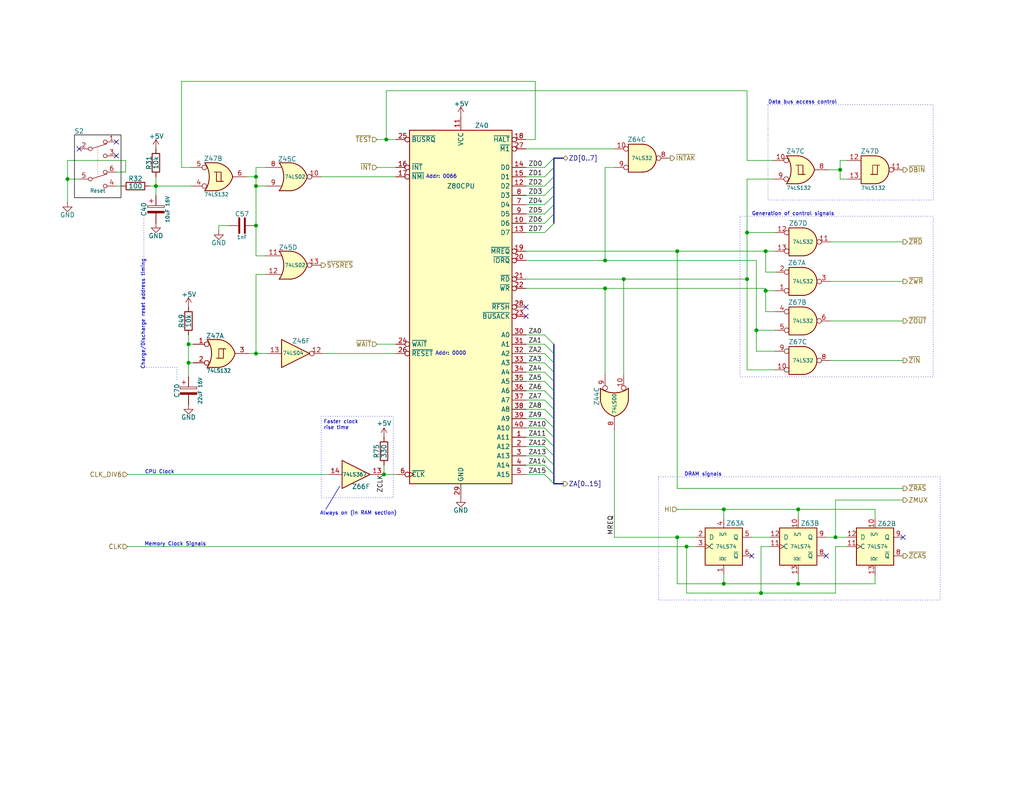
<source format=kicad_sch>
(kicad_sch (version 20250114) (generator "eeschema") (generator_version "9.0")
  (paper "USLetter")
  (title_block (title "TRS-80 Model I Rev HE11E011550") (date "2025-06-14") (rev "E1A") (company "RetroStack - Marcel Erz") (comment 2 "CPU with reset circuits (button and power-up), RAS & CAS divider, and other signals") (comment 4 "CPU & Signals"))
  (lib_symbols
    (symbol "74xx:74LS00" (pin_names (offset 1.016))
      (property "Reference" "U" (at 0 1.27 0))
      (property "Value" "74LS00" (at 0 -1.27 0))
      (symbol "74LS00_1_1"
        (pin input line (at -7.62 2.54 0) (length 3.81) (name "~") (number "1"))
        (pin input line (at -7.62 -2.54 0) (length 3.81) (name "~") (number "2"))
        (pin output inverted (at 7.62 0 180) (length 3.81) (name "~") (number "3"))
      )
      (symbol "74LS00_1_2"
        (pin input inverted (at -7.62 2.54 0) (length 4.318) (name "~") (number "1"))
        (pin input inverted (at -7.62 -2.54 0) (length 4.318) (name "~") (number "2"))
        (pin output line (at 7.62 0 180) (length 3.81) (name "~") (number "3"))
      )
      (symbol "74LS00_2_1"
        (pin input line (at -7.62 2.54 0) (length 3.81) (name "~") (number "4"))
        (pin input line (at -7.62 -2.54 0) (length 3.81) (name "~") (number "5"))
        (pin output inverted (at 7.62 0 180) (length 3.81) (name "~") (number "6"))
      )
      (symbol "74LS00_2_2"
        (pin input inverted (at -7.62 2.54 0) (length 4.318) (name "~") (number "4"))
        (pin input inverted (at -7.62 -2.54 0) (length 4.318) (name "~") (number "5"))
        (pin output line (at 7.62 0 180) (length 3.81) (name "~") (number "6"))
      )
      (symbol "74LS00_3_1"
        (pin input line (at -7.62 2.54 0) (length 3.81) (name "~") (number "9"))
        (pin input line (at -7.62 -2.54 0) (length 3.81) (name "~") (number "10"))
        (pin output inverted (at 7.62 0 180) (length 3.81) (name "~") (number "8"))
      )
      (symbol "74LS00_3_2"
        (pin input inverted (at -7.62 2.54 0) (length 4.318) (name "~") (number "9"))
        (pin input inverted (at -7.62 -2.54 0) (length 4.318) (name "~") (number "10"))
        (pin output line (at 7.62 0 180) (length 3.81) (name "~") (number "8"))
      )
      (symbol "74LS00_4_1"
        (pin input line (at -7.62 2.54 0) (length 3.81) (name "~") (number "12"))
        (pin input line (at -7.62 -2.54 0) (length 3.81) (name "~") (number "13"))
        (pin output inverted (at 7.62 0 180) (length 3.81) (name "~") (number "11"))
      )
      (symbol "74LS00_4_2"
        (pin input inverted (at -7.62 2.54 0) (length 4.318) (name "~") (number "12"))
        (pin input inverted (at -7.62 -2.54 0) (length 4.318) (name "~") (number "13"))
        (pin output line (at 7.62 0 180) (length 3.81) (name "~") (number "11"))
      )
      (symbol "74LS00_5_0"
        (pin power_in line (at 0 12.7 270) (length 5.08) (name "VCC") (number "14"))
        (pin power_in line (at 0 -12.7 90) (length 5.08) (name "GND") (number "7"))
      )
    )
    (symbol "74xx:74LS02" (pin_names (offset 1.016))
      (property "Reference" "U" (at 0 1.27 0))
      (property "Value" "74LS02" (at 0 -1.27 0))
      (symbol "74LS02_1_1"
        (pin input line (at -7.62 2.54 0) (length 4.318) (name "~") (number "2"))
        (pin input line (at -7.62 -2.54 0) (length 4.318) (name "~") (number "3"))
        (pin output inverted (at 7.62 0 180) (length 3.81) (name "~") (number "1"))
      )
      (symbol "74LS02_1_2"
        (pin input inverted (at -7.62 2.54 0) (length 3.81) (name "~") (number "2"))
        (pin input inverted (at -7.62 -2.54 0) (length 3.81) (name "~") (number "3"))
        (pin output line (at 7.62 0 180) (length 3.81) (name "~") (number "1"))
      )
      (symbol "74LS02_2_1"
        (pin input line (at -7.62 2.54 0) (length 4.318) (name "~") (number "5"))
        (pin input line (at -7.62 -2.54 0) (length 4.318) (name "~") (number "6"))
        (pin output inverted (at 7.62 0 180) (length 3.81) (name "~") (number "4"))
      )
      (symbol "74LS02_2_2"
        (pin input inverted (at -7.62 2.54 0) (length 3.81) (name "~") (number "5"))
        (pin input inverted (at -7.62 -2.54 0) (length 3.81) (name "~") (number "6"))
        (pin output line (at 7.62 0 180) (length 3.81) (name "~") (number "4"))
      )
      (symbol "74LS02_3_1"
        (pin input line (at -7.62 2.54 0) (length 4.318) (name "~") (number "8"))
        (pin input line (at -7.62 -2.54 0) (length 4.318) (name "~") (number "9"))
        (pin output inverted (at 7.62 0 180) (length 3.81) (name "~") (number "10"))
      )
      (symbol "74LS02_3_2"
        (pin input inverted (at -7.62 2.54 0) (length 3.81) (name "~") (number "8"))
        (pin input inverted (at -7.62 -2.54 0) (length 3.81) (name "~") (number "9"))
        (pin output line (at 7.62 0 180) (length 3.81) (name "~") (number "10"))
      )
      (symbol "74LS02_4_1"
        (pin input line (at -7.62 2.54 0) (length 4.318) (name "~") (number "11"))
        (pin input line (at -7.62 -2.54 0) (length 4.318) (name "~") (number "12"))
        (pin output inverted (at 7.62 0 180) (length 3.81) (name "~") (number "13"))
      )
      (symbol "74LS02_4_2"
        (pin input inverted (at -7.62 2.54 0) (length 3.81) (name "~") (number "11"))
        (pin input inverted (at -7.62 -2.54 0) (length 3.81) (name "~") (number "12"))
        (pin output line (at 7.62 0 180) (length 3.81) (name "~") (number "13"))
      )
      (symbol "74LS02_5_0"
        (pin power_in line (at 0 12.7 270) (length 5.08) (name "VCC") (number "14"))
        (pin power_in line (at 0 -12.7 90) (length 5.08) (name "GND") (number "7"))
      )
    )
    (symbol "74xx:74LS04"
      (property "Reference" "U" (at 0 1.27 0))
      (property "Value" "74LS04" (at 0 -1.27 0))
      (symbol "74LS04_1_0"
        (pin input line (at -7.62 0 0) (length 3.81) (name "~") (number "1"))
        (pin output inverted (at 7.62 0 180) (length 3.81) (name "~") (number "2"))
      )
      (symbol "74LS04_2_0"
        (pin input line (at -7.62 0 0) (length 3.81) (name "~") (number "3"))
        (pin output inverted (at 7.62 0 180) (length 3.81) (name "~") (number "4"))
      )
      (symbol "74LS04_3_0"
        (pin input line (at -7.62 0 0) (length 3.81) (name "~") (number "5"))
        (pin output inverted (at 7.62 0 180) (length 3.81) (name "~") (number "6"))
      )
      (symbol "74LS04_4_0"
        (pin input line (at -7.62 0 0) (length 3.81) (name "~") (number "9"))
        (pin output inverted (at 7.62 0 180) (length 3.81) (name "~") (number "8"))
      )
      (symbol "74LS04_5_0"
        (pin input line (at -7.62 0 0) (length 3.81) (name "~") (number "11"))
        (pin output inverted (at 7.62 0 180) (length 3.81) (name "~") (number "10"))
      )
      (symbol "74LS04_6_0"
        (pin input line (at -7.62 0 0) (length 3.81) (name "~") (number "13"))
        (pin output inverted (at 7.62 0 180) (length 3.81) (name "~") (number "12"))
      )
      (symbol "74LS04_7_0"
        (pin power_in line (at 0 12.7 270) (length 5.08) (name "VCC") (number "14"))
        (pin power_in line (at 0 -12.7 90) (length 5.08) (name "GND") (number "7"))
      )
    )
    (symbol "74xx:74LS132" (pin_names (offset 1.016))
      (property "Reference" "U" (at 0 1.27 0))
      (property "Value" "74LS132" (at 0 -1.27 0))
      (symbol "74LS132_1_1"
        (pin input line (at -7.62 2.54 0) (length 3.81) (name "~") (number "1"))
        (pin input line (at -7.62 -2.54 0) (length 3.81) (name "~") (number "2"))
        (pin output inverted (at 7.62 0 180) (length 3.81) (name "~") (number "3"))
      )
      (symbol "74LS132_1_2"
        (pin input inverted (at -7.62 2.54 0) (length 4.318) (name "~") (number "1"))
        (pin input inverted (at -7.62 -2.54 0) (length 4.318) (name "~") (number "2"))
        (pin output line (at 7.62 0 180) (length 3.81) (name "~") (number "3"))
      )
      (symbol "74LS132_2_1"
        (pin input line (at -7.62 2.54 0) (length 3.81) (name "~") (number "4"))
        (pin input line (at -7.62 -2.54 0) (length 3.81) (name "~") (number "5"))
        (pin output inverted (at 7.62 0 180) (length 3.81) (name "~") (number "6"))
      )
      (symbol "74LS132_2_2"
        (pin input inverted (at -7.62 2.54 0) (length 4.318) (name "~") (number "4"))
        (pin input inverted (at -7.62 -2.54 0) (length 4.318) (name "~") (number "5"))
        (pin output line (at 7.62 0 180) (length 3.81) (name "~") (number "6"))
      )
      (symbol "74LS132_3_1"
        (pin input line (at -7.62 2.54 0) (length 3.81) (name "~") (number "9"))
        (pin input line (at -7.62 -2.54 0) (length 3.81) (name "~") (number "10"))
        (pin output inverted (at 7.62 0 180) (length 3.81) (name "~") (number "8"))
      )
      (symbol "74LS132_3_2"
        (pin input inverted (at -7.62 2.54 0) (length 4.318) (name "~") (number "9"))
        (pin input inverted (at -7.62 -2.54 0) (length 4.318) (name "~") (number "10"))
        (pin output line (at 7.62 0 180) (length 3.81) (name "~") (number "8"))
      )
      (symbol "74LS132_4_1"
        (pin input line (at -7.62 2.54 0) (length 3.81) (name "~") (number "12"))
        (pin input line (at -7.62 -2.54 0) (length 3.81) (name "~") (number "13"))
        (pin output inverted (at 7.62 0 180) (length 3.81) (name "~") (number "11"))
      )
      (symbol "74LS132_4_2"
        (pin input inverted (at -7.62 2.54 0) (length 4.318) (name "~") (number "12"))
        (pin input inverted (at -7.62 -2.54 0) (length 4.318) (name "~") (number "13"))
        (pin output line (at 7.62 0 180) (length 3.81) (name "~") (number "11"))
      )
      (symbol "74LS132_5_0"
        (pin power_in line (at 0 12.7 270) (length 5.08) (name "VCC") (number "14"))
        (pin power_in line (at 0 -12.7 90) (length 5.08) (name "GND") (number "7"))
      )
    )
    (symbol "74xx:74LS32" (pin_names (offset 1.016))
      (property "Reference" "U" (at 0 1.27 0))
      (property "Value" "74LS32" (at 0 -1.27 0))
      (symbol "74LS32_1_1"
        (pin input line (at -7.62 2.54 0) (length 4.318) (name "~") (number "1"))
        (pin input line (at -7.62 -2.54 0) (length 4.318) (name "~") (number "2"))
        (pin output line (at 7.62 0 180) (length 3.81) (name "~") (number "3"))
      )
      (symbol "74LS32_1_2"
        (pin input inverted (at -7.62 2.54 0) (length 3.81) (name "~") (number "1"))
        (pin input inverted (at -7.62 -2.54 0) (length 3.81) (name "~") (number "2"))
        (pin output inverted (at 7.62 0 180) (length 3.81) (name "~") (number "3"))
      )
      (symbol "74LS32_2_1"
        (pin input line (at -7.62 2.54 0) (length 4.318) (name "~") (number "4"))
        (pin input line (at -7.62 -2.54 0) (length 4.318) (name "~") (number "5"))
        (pin output line (at 7.62 0 180) (length 3.81) (name "~") (number "6"))
      )
      (symbol "74LS32_2_2"
        (pin input inverted (at -7.62 2.54 0) (length 3.81) (name "~") (number "4"))
        (pin input inverted (at -7.62 -2.54 0) (length 3.81) (name "~") (number "5"))
        (pin output inverted (at 7.62 0 180) (length 3.81) (name "~") (number "6"))
      )
      (symbol "74LS32_3_1"
        (pin input line (at -7.62 2.54 0) (length 4.318) (name "~") (number "9"))
        (pin input line (at -7.62 -2.54 0) (length 4.318) (name "~") (number "10"))
        (pin output line (at 7.62 0 180) (length 3.81) (name "~") (number "8"))
      )
      (symbol "74LS32_3_2"
        (pin input inverted (at -7.62 2.54 0) (length 3.81) (name "~") (number "9"))
        (pin input inverted (at -7.62 -2.54 0) (length 3.81) (name "~") (number "10"))
        (pin output inverted (at 7.62 0 180) (length 3.81) (name "~") (number "8"))
      )
      (symbol "74LS32_4_1"
        (pin input line (at -7.62 2.54 0) (length 4.318) (name "~") (number "12"))
        (pin input line (at -7.62 -2.54 0) (length 4.318) (name "~") (number "13"))
        (pin output line (at 7.62 0 180) (length 3.81) (name "~") (number "11"))
      )
      (symbol "74LS32_4_2"
        (pin input inverted (at -7.62 2.54 0) (length 3.81) (name "~") (number "12"))
        (pin input inverted (at -7.62 -2.54 0) (length 3.81) (name "~") (number "13"))
        (pin output inverted (at 7.62 0 180) (length 3.81) (name "~") (number "11"))
      )
      (symbol "74LS32_5_0"
        (pin power_in line (at 0 12.7 270) (length 5.08) (name "VCC") (number "14"))
        (pin power_in line (at 0 -12.7 90) (length 5.08) (name "GND") (number "7"))
      )
    )
    (symbol "74xx:74LS74" (pin_names (offset 1.016))
      (property "Reference" "U" (at -7.62 8.89 0))
      (property "Value" "74LS74" (at -7.62 -8.89 0))
      (symbol "74LS74_1_0"
        (pin input line (at -7.62 2.54 0) (length 2.54) (name "D") (number "2"))
        (pin input clock (at -7.62 0 0) (length 2.54) (name "C") (number "3"))
        (pin input line (at 0 7.62 270) (length 2.54) (name "~{S}") (number "4"))
        (pin input line (at 0 -7.62 90) (length 2.54) (name "~{R}") (number "1"))
        (pin output line (at 7.62 2.54 180) (length 2.54) (name "Q") (number "5"))
        (pin output line (at 7.62 -2.54 180) (length 2.54) (name "~{Q}") (number "6"))
      )
      (symbol "74LS74_2_0"
        (pin input line (at -7.62 2.54 0) (length 2.54) (name "D") (number "12"))
        (pin input clock (at -7.62 0 0) (length 2.54) (name "C") (number "11"))
        (pin input line (at 0 7.62 270) (length 2.54) (name "~{S}") (number "10"))
        (pin input line (at 0 -7.62 90) (length 2.54) (name "~{R}") (number "13"))
        (pin output line (at 7.62 2.54 180) (length 2.54) (name "Q") (number "9"))
        (pin output line (at 7.62 -2.54 180) (length 2.54) (name "~{Q}") (number "8"))
      )
      (symbol "74LS74_3_0"
        (pin power_in line (at 0 10.16 270) (length 2.54) (name "VCC") (number "14"))
        (pin power_in line (at 0 -10.16 90) (length 2.54) (name "GND") (number "7"))
      )
    )
    (symbol "Device:C" (pin_numbers (hide yes)) (pin_names (offset 0.254))
      (property "Reference" "C" (at 0.635 2.54 0))
      (property "Value" "C" (at 0.635 -2.54 0))
      (symbol "C_1_1"
        (pin passive line (at 0 3.81 270) (length 2.794) (name "~") (number "1"))
        (pin passive line (at 0 -3.81 90) (length 2.794) (name "~") (number "2"))
      )
    )
    (symbol "Device:C_Polarized" (pin_numbers (hide yes)) (pin_names (offset 0.254))
      (property "Reference" "C" (at 0.635 2.54 0))
      (property "Value" "C_Polarized" (at 0.635 -2.54 0))
      (symbol "C_Polarized_1_1"
        (pin passive line (at 0 3.81 270) (length 2.794) (name "~") (number "1"))
        (pin passive line (at 0 -3.81 90) (length 2.794) (name "~") (number "2"))
      )
    )
    (symbol "Device:R" (pin_numbers (hide yes)) (pin_names (offset 0))
      (property "Reference" "R" (at 2.032 0 90))
      (property "Value" "R" (at 0 0 90))
      (symbol "R_1_1"
        (pin passive line (at 0 3.81 270) (length 1.27) (name "~") (number "1"))
        (pin passive line (at 0 -3.81 90) (length 1.27) (name "~") (number "2"))
      )
    )
    (symbol "RetroStackLibrary:74LS367_Split" (pin_names (offset 1.016))
      (property "Reference" "U" (at 0 1.27 0))
      (property "Value" "74LS367" (at 0 -1.27 0))
      (symbol "74LS367_Split_1_0"
        (pin input line (at -7.62 0 0) (length 3.81) (name "~") (number "2"))
        (pin input inverted (at 0 6.35 270) (length 4.445) (name "~") (number "1"))
        (pin tri_state line (at 7.62 0 180) (length 3.81) (name "~") (number "3"))
      )
      (symbol "74LS367_Split_2_0"
        (pin input line (at -7.62 0 0) (length 3.81) (name "~") (number "4"))
        (pin tri_state line (at 7.62 0 180) (length 3.81) (name "~") (number "5"))
      )
      (symbol "74LS367_Split_3_0"
        (pin input line (at -7.62 0 0) (length 3.81) (name "~") (number "6"))
        (pin tri_state line (at 7.62 0 180) (length 3.81) (name "~") (number "7"))
      )
      (symbol "74LS367_Split_4_0"
        (pin input line (at -7.62 0 0) (length 3.81) (name "~") (number "10"))
        (pin tri_state line (at 7.62 0 180) (length 3.81) (name "~") (number "9"))
      )
      (symbol "74LS367_Split_5_0"
        (pin input line (at -6.985 -6.35 0) (length 3.81) (name "~") (number "12"))
        (pin input inverted (at 0.635 0 270) (length 4.445) (name "~") (number "15"))
        (pin tri_state line (at 8.255 -6.35 180) (length 3.81) (name "~") (number "11"))
      )
      (symbol "74LS367_Split_6_0"
        (pin input line (at -7.62 0 0) (length 3.81) (name "~") (number "14"))
        (pin tri_state line (at 7.62 0 180) (length 3.81) (name "~") (number "13"))
      )
      (symbol "74LS367_Split_7_0"
        (pin power_in line (at 0 1.905 270) (length 5.08) (name "VCC") (number "16"))
        (pin power_in line (at 0 -23.495 90) (length 5.08) (name "GND") (number "8"))
      )
    )
    (symbol "RetroStackLibrary:SW_DPST"
      (property "Reference" "SW" (at 0 0 0))
      (symbol "SW_DPST_1_1"
        (pin passive line (at -5.715 -4.445 0) (length 2.54) (name "~") (number "2"))
        (pin passive line (at -5.715 -12.7 0) (length 2.54) (name "~") (number "5"))
        (pin passive line (at 4.445 -2.54 180) (length 2.54) (name "~") (number "1"))
        (pin passive line (at 4.445 -6.35 180) (length 2.54) (name "~") (number "3"))
        (pin passive line (at 4.445 -10.795 180) (length 2.54) (name "~") (number "6"))
        (pin passive line (at 4.445 -14.605 180) (length 2.54) (name "~") (number "4"))
      )
    )
    (symbol "RetroStackLibrary:Z80"
      (property "Reference" "U" (at 0 0 0))
      (property "Value" "Z80" (at 0 0 0))
      (symbol "Z80_1_1"
        (pin input inverted (at -17.78 -6.35 0) (length 3.81) (name "~{BUSRQ}") (number "25"))
        (pin input inverted (at -17.78 -13.97 0) (length 3.81) (name "~{INT}") (number "16"))
        (pin input inverted (at -17.78 -16.51 0) (length 3.81) (name "~{NMI}") (number "17"))
        (pin input inverted (at -17.78 -62.23 0) (length 3.81) (name "~{WAIT}") (number "24"))
        (pin input inverted (at -17.78 -64.77 0) (length 3.81) (name "~{RESET}") (number "26"))
        (pin input inverted_clock (at -17.78 -97.79 0) (length 3.81) (name "~{CLK}") (number "6"))
        (pin power_in line (at 0 0 270) (length 3.81) (name "VCC") (number "11"))
        (pin power_in line (at 0 -104.14 90) (length 3.81) (name "GND") (number "29"))
        (pin output inverted (at 17.78 -6.35 180) (length 3.81) (name "~{HALT}") (number "18"))
        (pin output inverted (at 17.78 -8.89 180) (length 3.81) (name "~{M1}") (number "27"))
        (pin bidirectional line (at 17.78 -13.97 180) (length 3.81) (name "D0") (number "14"))
        (pin bidirectional line (at 17.78 -16.51 180) (length 3.81) (name "D1") (number "15"))
        (pin bidirectional line (at 17.78 -19.05 180) (length 3.81) (name "D2") (number "12"))
        (pin bidirectional line (at 17.78 -21.59 180) (length 3.81) (name "D3") (number "8"))
        (pin bidirectional line (at 17.78 -24.13 180) (length 3.81) (name "D4") (number "7"))
        (pin bidirectional line (at 17.78 -26.67 180) (length 3.81) (name "D5") (number "9"))
        (pin bidirectional line (at 17.78 -29.21 180) (length 3.81) (name "D6") (number "10"))
        (pin bidirectional line (at 17.78 -31.75 180) (length 3.81) (name "D7") (number "13"))
        (pin output inverted (at 17.78 -36.83 180) (length 3.81) (name "~{MREQ}") (number "19"))
        (pin output inverted (at 17.78 -39.37 180) (length 3.81) (name "~{IORQ}") (number "20"))
        (pin output inverted (at 17.78 -44.45 180) (length 3.81) (name "~{RD}") (number "21"))
        (pin output inverted (at 17.78 -46.99 180) (length 3.81) (name "~{WR}") (number "22"))
        (pin output inverted (at 17.78 -52.07 180) (length 3.81) (name "~{RFSH}") (number "28"))
        (pin output inverted (at 17.78 -54.61 180) (length 3.81) (name "~{BUSACK}") (number "23"))
        (pin output line (at 17.78 -59.69 180) (length 3.81) (name "A0") (number "30"))
        (pin output line (at 17.78 -62.23 180) (length 3.81) (name "A1") (number "31"))
        (pin output line (at 17.78 -64.77 180) (length 3.81) (name "A2") (number "32"))
        (pin output line (at 17.78 -67.31 180) (length 3.81) (name "A3") (number "33"))
        (pin output line (at 17.78 -69.85 180) (length 3.81) (name "A4") (number "34"))
        (pin output line (at 17.78 -72.39 180) (length 3.81) (name "A5") (number "35"))
        (pin output line (at 17.78 -74.93 180) (length 3.81) (name "A6") (number "36"))
        (pin output line (at 17.78 -77.47 180) (length 3.81) (name "A7") (number "37"))
        (pin output line (at 17.78 -80.01 180) (length 3.81) (name "A8") (number "38"))
        (pin output line (at 17.78 -82.55 180) (length 3.81) (name "A9") (number "39"))
        (pin output line (at 17.78 -85.09 180) (length 3.81) (name "A10") (number "40"))
        (pin output line (at 17.78 -87.63 180) (length 3.81) (name "A11") (number "1"))
        (pin output line (at 17.78 -90.17 180) (length 3.81) (name "A12") (number "2"))
        (pin output line (at 17.78 -92.71 180) (length 3.81) (name "A13") (number "3"))
        (pin output line (at 17.78 -95.25 180) (length 3.81) (name "A14") (number "4"))
        (pin output line (at 17.78 -97.79 180) (length 3.81) (name "A15") (number "5"))
      )
    )
    (symbol "power:+5V" (power) (pin_numbers (hide yes)) (pin_names (offset 0) (hide yes))
      (property "Value" "+5V" (at 0 3.556 0))
      (symbol "+5V_1_1"
        (pin power_in line (at 0 0 90) (length 0) (name "~") (number "1"))
      )
    )
    (symbol "power:GND" (power) (pin_numbers (hide yes)) (pin_names (offset 0) (hide yes))
      (property "Value" "GND" (at 0 -3.81 0))
      (symbol "GND_1_1"
        (pin power_in line (at 0 0 270) (length 0) (name "~") (number "1"))
      )
    )
  )
  (rectangle (start 20.32 36.83) (end 33.02 53.975) (stroke (width 0) (color 0 0 0 1)))
  (rectangle (start 87.63 113.665) (end 107.315 135.89) (stroke (width 0) (type dot)))
  (rectangle (start 201.93 59.055) (end 254.635 102.87) (stroke (width 0) (type dot)))
  (rectangle (start 179.705 130.175) (end 256.54 163.83) (stroke (width 0) (type dot)))
  (rectangle (start 209.55 28.575) (end 254.635 54.61) (stroke (width 0) (type dot)))
  (text "CPU Clock" (at 39.497 129.54 0) (effects (font (size 1 1)) (justify left bottom)))
  (text "Always on (in RAM section)" (at 97.79 140.208 0) (effects (font (size 1 1))))
  (text "Data bus access control" (at 209.55 28.575 0) (effects (font (size 1 1)) (justify left bottom)))
  (text "Generation of control signals" (at 205.105 59.055 0) (effects (font (size 1 1)) (justify left bottom)))
  (text "DRAM signals" (at 186.69 130.175 0) (effects (font (size 1 1)) (justify left bottom)))
  (text "Faster clock\nrise time" (at 88.265 117.475 0) (effects (font (size 1 1)) (justify left bottom)))
  (text "Memory Clock Signals" (at 39.37 149.225 0) (effects (font (size 1 1)) (justify left bottom)))
  (text "Addr: 0000" (at 118.745 97.155 0) (effects (font (size 1 1)) (justify left bottom)))
  (text "Charge/Discharge reset address timing" (at 39.624 100.965 90) (effects (font (size 1 1)) (justify left bottom)))
  (text "Addr: 0066" (at 116.205 48.895 0) (effects (font (size 1 1)) (justify left bottom)))
  (junction (at 104.775 129.54))
  (junction (at 69.85 61.595))
  (junction (at 227.965 146.685))
  (junction (at 197.485 139.065))
  (junction (at 229.235 46.355))
  (junction (at 187.325 149.225))
  (junction (at 184.785 146.685))
  (junction (at 51.435 93.98))
  (junction (at 203.835 76.2))
  (junction (at 42.545 50.8))
  (junction (at 208.915 79.375))
  (junction (at 69.85 48.26))
  (junction (at 18.415 48.895))
  (junction (at 165.1 78.74))
  (junction (at 184.785 68.58))
  (junction (at 217.805 159.385))
  (junction (at 208.915 68.58))
  (junction (at 217.805 139.065))
  (junction (at 69.85 96.52))
  (junction (at 105.41 38.1))
  (junction (at 207.645 161.925))
  (junction (at 165.1 71.12))
  (junction (at 170.18 76.2))
  (junction (at 203.835 63.5))
  (junction (at 206.375 90.17))
  (junction (at 197.485 159.385))
  (junction (at 69.85 50.8))
  (junction (at 51.435 99.06))
  (no_connect (at 31.75 42.545))
  (no_connect (at 21.59 40.64))
  (no_connect (at 205.105 151.765))
  (no_connect (at 143.51 86.36))
  (no_connect (at 143.51 83.82))
  (no_connect (at 31.75 38.735))
  (no_connect (at 246.38 146.685))
  (no_connect (at 225.425 151.765))
  (bus_entry (at 148.59 60.96) (size 2.54 -2.54))
  (bus_entry (at 148.59 111.76) (size 2.54 2.54))
  (bus_entry (at 148.59 91.44) (size 2.54 2.54))
  (bus_entry (at 148.59 63.5) (size 2.54 -2.54))
  (bus_entry (at 148.59 116.84) (size 2.54 2.54))
  (bus_entry (at 148.59 55.88) (size 2.54 -2.54))
  (bus_entry (at 148.59 101.6) (size 2.54 2.54))
  (bus_entry (at 148.59 104.14) (size 2.54 2.54))
  (bus_entry (at 148.59 124.46) (size 2.54 2.54))
  (bus_entry (at 148.59 53.34) (size 2.54 -2.54))
  (bus_entry (at 148.59 127) (size 2.54 2.54))
  (bus_entry (at 148.59 109.22) (size 2.54 2.54))
  (bus_entry (at 148.59 119.38) (size 2.54 2.54))
  (bus_entry (at 148.59 121.92) (size 2.54 2.54))
  (bus_entry (at 148.59 106.68) (size 2.54 2.54))
  (bus_entry (at 148.59 114.3) (size 2.54 2.54))
  (bus_entry (at 148.59 45.72) (size 2.54 -2.54))
  (bus_entry (at 148.59 48.26) (size 2.54 -2.54))
  (bus_entry (at 148.59 50.8) (size 2.54 -2.54))
  (bus_entry (at 148.59 96.52) (size 2.54 2.54))
  (bus_entry (at 148.59 93.98) (size 2.54 2.54))
  (bus_entry (at 148.59 99.06) (size 2.54 2.54))
  (bus_entry (at 148.59 129.54) (size 2.54 2.54))
  (bus_entry (at 148.59 58.42) (size 2.54 -2.54))
  (bus (pts (xy 151.13 99.06) (xy 151.13 101.6)))
  (wire (pts (xy 105.41 24.765) (xy 105.41 38.1)))
  (wire (pts (xy 197.485 139.065) (xy 217.805 139.065)))
  (wire (pts (xy 34.798 129.54) (xy 89.535 129.54)))
  (bus (pts (xy 151.13 114.3) (xy 151.13 116.84)))
  (wire (pts (xy 226.695 66.04) (xy 246.38 66.04)))
  (wire (pts (xy 226.695 98.425) (xy 246.38 98.425)))
  (wire (pts (xy 69.85 48.26) (xy 69.85 50.8)))
  (wire (pts (xy 197.485 159.385) (xy 217.805 159.385)))
  (wire (pts (xy 143.51 71.12) (xy 165.1 71.12)))
  (wire (pts (xy 18.415 48.895) (xy 21.59 48.895)))
  (wire (pts (xy 231.14 149.225) (xy 227.965 149.225)))
  (wire (pts (xy 143.51 58.42) (xy 148.59 58.42)))
  (wire (pts (xy 52.07 45.72) (xy 49.53 45.72)))
  (wire (pts (xy 143.51 104.14) (xy 148.59 104.14)))
  (bus (pts (xy 151.13 116.84) (xy 151.13 119.38)))
  (wire (pts (xy 72.39 45.72) (xy 69.85 45.72)))
  (wire (pts (xy 184.785 139.065) (xy 197.485 139.065)))
  (wire (pts (xy 40.767 50.8) (xy 42.545 50.8)))
  (bus (pts (xy 151.13 106.68) (xy 151.13 109.22)))
  (wire (pts (xy 231.14 43.815) (xy 229.235 43.815)))
  (bus (pts (xy 151.13 58.42) (xy 151.13 55.88)))
  (wire (pts (xy 226.695 87.63) (xy 246.38 87.63)))
  (wire (pts (xy 72.39 69.85) (xy 69.85 69.85)))
  (wire (pts (xy 34.29 46.99) (xy 34.29 43.815)))
  (wire (pts (xy 143.51 124.46) (xy 148.59 124.46)))
  (bus (pts (xy 151.13 50.8) (xy 151.13 48.26)))
  (wire (pts (xy 143.51 111.76) (xy 148.59 111.76)))
  (bus (pts (xy 151.13 124.46) (xy 151.13 127)))
  (bus (pts (xy 151.13 129.54) (xy 151.13 132.08)))
  (wire (pts (xy 184.785 146.685) (xy 184.785 159.385)))
  (wire (pts (xy 227.965 149.225) (xy 227.965 161.925)))
  (bus (pts (xy 151.13 119.38) (xy 151.13 121.92)))
  (bus (pts (xy 151.13 45.72) (xy 151.13 43.18)))
  (bus (pts (xy 151.13 132.08) (xy 153.67 132.08)))
  (wire (pts (xy 104.775 127) (xy 104.775 129.54)))
  (wire (pts (xy 69.85 96.52) (xy 67.945 96.52)))
  (wire (pts (xy 238.76 159.385) (xy 217.805 159.385)))
  (wire (pts (xy 217.805 156.845) (xy 217.805 159.385)))
  (wire (pts (xy 146.05 22.225) (xy 146.05 38.1)))
  (wire (pts (xy 184.785 68.58) (xy 208.915 68.58)))
  (wire (pts (xy 51.435 99.06) (xy 52.705 99.06)))
  (wire (pts (xy 51.435 93.98) (xy 52.705 93.98)))
  (wire (pts (xy 211.455 100.965) (xy 203.835 100.965)))
  (wire (pts (xy 143.51 60.96) (xy 148.59 60.96)))
  (wire (pts (xy 170.18 76.2) (xy 170.18 102.235)))
  (wire (pts (xy 143.51 50.8) (xy 148.59 50.8)))
  (wire (pts (xy 88.265 96.52) (xy 107.95 96.52)))
  (wire (pts (xy 143.51 106.68) (xy 148.59 106.68)))
  (bus (pts (xy 151.13 104.14) (xy 151.13 106.68)))
  (bus (pts (xy 151.13 121.92) (xy 151.13 124.46)))
  (wire (pts (xy 143.51 116.84) (xy 148.59 116.84)))
  (wire (pts (xy 238.76 139.065) (xy 217.805 139.065)))
  (wire (pts (xy 167.64 45.72) (xy 165.1 45.72)))
  (wire (pts (xy 73.025 96.52) (xy 69.85 96.52)))
  (wire (pts (xy 143.51 40.64) (xy 167.64 40.64)))
  (wire (pts (xy 31.75 46.99) (xy 34.29 46.99)))
  (wire (pts (xy 143.51 99.06) (xy 148.59 99.06)))
  (wire (pts (xy 143.51 91.44) (xy 148.59 91.44)))
  (bus (pts (xy 151.13 96.52) (xy 151.13 99.06)))
  (wire (pts (xy 18.415 43.815) (xy 18.415 48.895)))
  (wire (pts (xy 143.51 45.72) (xy 148.59 45.72)))
  (wire (pts (xy 143.51 93.98) (xy 148.59 93.98)))
  (polyline (pts (xy 40.005 100.33) (xy 48.26 100.33)) (stroke (width 0) (type dot)))
  (wire (pts (xy 208.915 78.74) (xy 208.915 79.375)))
  (wire (pts (xy 51.435 91.44) (xy 51.435 93.98)))
  (wire (pts (xy 143.51 78.74) (xy 165.1 78.74)))
  (wire (pts (xy 170.18 76.2) (xy 203.835 76.2)))
  (wire (pts (xy 69.85 74.93) (xy 69.85 96.52)))
  (wire (pts (xy 203.835 76.2) (xy 203.835 63.5)))
  (wire (pts (xy 105.41 38.1) (xy 107.95 38.1)))
  (wire (pts (xy 246.38 136.525) (xy 227.965 136.525)))
  (wire (pts (xy 211.455 74.295) (xy 208.915 74.295)))
  (wire (pts (xy 143.51 129.54) (xy 148.59 129.54)))
  (bus (pts (xy 151.13 60.96) (xy 151.13 58.42)))
  (polyline (pts (xy 88.9 139.065) (xy 92.71 132.715)))
  (wire (pts (xy 69.85 50.8) (xy 72.39 50.8)))
  (wire (pts (xy 87.63 48.26) (xy 107.95 48.26)))
  (wire (pts (xy 165.1 78.74) (xy 208.915 78.74)))
  (wire (pts (xy 143.51 101.6) (xy 148.59 101.6)))
  (bus (pts (xy 151.13 93.98) (xy 151.13 96.52)))
  (wire (pts (xy 238.76 141.605) (xy 238.76 139.065)))
  (polyline (pts (xy 48.26 100.33) (xy 48.26 104.14)) (stroke (width 0) (type dot)))
  (wire (pts (xy 226.06 46.355) (xy 229.235 46.355)))
  (wire (pts (xy 211.455 95.885) (xy 206.375 95.885)))
  (wire (pts (xy 165.1 71.12) (xy 206.375 71.12)))
  (wire (pts (xy 59.69 61.595) (xy 62.23 61.595)))
  (wire (pts (xy 203.835 63.5) (xy 211.455 63.5)))
  (wire (pts (xy 34.798 149.225) (xy 187.325 149.225)))
  (wire (pts (xy 229.235 46.355) (xy 229.235 48.895)))
  (wire (pts (xy 31.75 50.8) (xy 33.147 50.8)))
  (wire (pts (xy 49.53 45.72) (xy 49.53 22.225)))
  (wire (pts (xy 165.1 78.74) (xy 165.1 102.235)))
  (wire (pts (xy 167.64 146.685) (xy 184.785 146.685)))
  (wire (pts (xy 51.435 99.06) (xy 51.435 102.87)))
  (wire (pts (xy 217.805 139.065) (xy 217.805 141.605)))
  (wire (pts (xy 238.76 156.845) (xy 238.76 159.385)))
  (polyline (pts (xy 39.243 59.69) (xy 39.243 70.485)) (stroke (width 0) (type dot)))
  (wire (pts (xy 165.1 45.72) (xy 165.1 71.12)))
  (wire (pts (xy 143.51 48.26) (xy 148.59 48.26)))
  (wire (pts (xy 189.865 146.685) (xy 184.785 146.685)))
  (wire (pts (xy 205.105 146.685) (xy 210.185 146.685)))
  (bus (pts (xy 151.13 111.76) (xy 151.13 114.3)))
  (wire (pts (xy 208.915 79.375) (xy 211.455 79.375)))
  (wire (pts (xy 104.775 129.54) (xy 107.95 129.54)))
  (bus (pts (xy 151.13 43.18) (xy 153.67 43.18)))
  (wire (pts (xy 197.485 141.605) (xy 197.485 139.065)))
  (wire (pts (xy 208.915 68.58) (xy 211.455 68.58)))
  (wire (pts (xy 42.545 50.8) (xy 52.07 50.8)))
  (wire (pts (xy 203.835 63.5) (xy 203.835 48.895)))
  (wire (pts (xy 143.51 38.1) (xy 146.05 38.1)))
  (wire (pts (xy 143.51 96.52) (xy 148.59 96.52)))
  (wire (pts (xy 42.545 48.26) (xy 42.545 50.8)))
  (wire (pts (xy 184.785 68.58) (xy 184.785 133.35)))
  (wire (pts (xy 105.41 24.765) (xy 203.835 24.765)))
  (wire (pts (xy 227.965 161.925) (xy 207.645 161.925)))
  (wire (pts (xy 49.53 22.225) (xy 146.05 22.225)))
  (wire (pts (xy 102.87 93.98) (xy 107.95 93.98)))
  (bus (pts (xy 151.13 48.26) (xy 151.13 45.72)))
  (wire (pts (xy 225.425 146.685) (xy 227.965 146.685)))
  (wire (pts (xy 207.645 149.225) (xy 207.645 161.925)))
  (wire (pts (xy 203.835 100.965) (xy 203.835 76.2)))
  (wire (pts (xy 167.64 117.475) (xy 167.64 146.685)))
  (wire (pts (xy 226.695 76.835) (xy 246.38 76.835)))
  (wire (pts (xy 229.235 48.895) (xy 231.14 48.895)))
  (wire (pts (xy 102.87 45.72) (xy 107.95 45.72)))
  (wire (pts (xy 184.785 159.385) (xy 197.485 159.385)))
  (wire (pts (xy 203.835 43.815) (xy 210.82 43.815)))
  (wire (pts (xy 227.965 146.685) (xy 231.14 146.685)))
  (wire (pts (xy 18.415 48.895) (xy 18.415 55.245)))
  (wire (pts (xy 69.85 61.595) (xy 69.85 69.85)))
  (wire (pts (xy 143.51 53.34) (xy 148.59 53.34)))
  (wire (pts (xy 42.545 53.34) (xy 42.545 50.8)))
  (bus (pts (xy 151.13 55.88) (xy 151.13 53.34)))
  (wire (pts (xy 208.915 68.58) (xy 208.915 74.295)))
  (wire (pts (xy 34.29 43.815) (xy 18.415 43.815)))
  (wire (pts (xy 203.835 48.895) (xy 210.82 48.895)))
  (bus (pts (xy 151.13 109.22) (xy 151.13 111.76)))
  (wire (pts (xy 102.87 38.1) (xy 105.41 38.1)))
  (wire (pts (xy 72.39 74.93) (xy 69.85 74.93)))
  (wire (pts (xy 229.235 43.815) (xy 229.235 46.355)))
  (wire (pts (xy 189.865 149.225) (xy 187.325 149.225)))
  (wire (pts (xy 143.51 76.2) (xy 170.18 76.2)))
  (bus (pts (xy 151.13 127) (xy 151.13 129.54)))
  (wire (pts (xy 197.485 159.385) (xy 197.485 156.845)))
  (wire (pts (xy 227.965 136.525) (xy 227.965 146.685)))
  (wire (pts (xy 143.51 55.88) (xy 148.59 55.88)))
  (wire (pts (xy 143.51 109.22) (xy 148.59 109.22)))
  (wire (pts (xy 206.375 90.17) (xy 211.455 90.17)))
  (wire (pts (xy 143.51 127) (xy 148.59 127)))
  (wire (pts (xy 246.38 133.35) (xy 184.785 133.35)))
  (wire (pts (xy 143.51 68.58) (xy 184.785 68.58)))
  (wire (pts (xy 208.915 85.09) (xy 208.915 79.375)))
  (wire (pts (xy 67.31 48.26) (xy 69.85 48.26)))
  (wire (pts (xy 143.51 114.3) (xy 148.59 114.3)))
  (wire (pts (xy 143.51 121.92) (xy 148.59 121.92)))
  (wire (pts (xy 206.375 71.12) (xy 206.375 90.17)))
  (wire (pts (xy 143.51 63.5) (xy 148.59 63.5)))
  (wire (pts (xy 143.51 119.38) (xy 148.59 119.38)))
  (wire (pts (xy 69.85 50.8) (xy 69.85 61.595)))
  (wire (pts (xy 211.455 85.09) (xy 208.915 85.09)))
  (wire (pts (xy 59.69 62.865) (xy 59.69 61.595)))
  (wire (pts (xy 203.835 24.765) (xy 203.835 43.815)))
  (bus (pts (xy 151.13 53.34) (xy 151.13 50.8)))
  (wire (pts (xy 51.435 93.98) (xy 51.435 99.06)))
  (wire (pts (xy 207.645 149.225) (xy 210.185 149.225)))
  (wire (pts (xy 187.325 149.225) (xy 187.325 161.925)))
  (wire (pts (xy 206.375 95.885) (xy 206.375 90.17)))
  (wire (pts (xy 69.85 45.72) (xy 69.85 48.26)))
  (bus (pts (xy 151.13 101.6) (xy 151.13 104.14)))
  (wire (pts (xy 187.325 161.925) (xy 207.645 161.925)))
  (label "ZA9" (at 144.145 114.3 0))
  (label "ZD3" (at 144.145 53.34 0))
  (label "ZD2" (at 144.145 50.8 0))
  (label "ZA1" (at 144.145 93.98 0))
  (label "ZA14" (at 144.145 127 0))
  (label "ZA2" (at 144.145 96.52 0))
  (label "ZA0" (at 144.145 91.44 0))
  (label "ZA11" (at 144.145 119.38 0))
  (label "ZA12" (at 144.145 121.92 0))
  (label "ZD0" (at 144.145 45.72 0))
  (label "MREQ" (at 167.64 146.05 90))
  (label "ZA8" (at 144.145 111.76 0))
  (label "ZD6" (at 144.145 60.96 0))
  (label "ZD4" (at 144.145 55.88 0))
  (label "ZA4" (at 144.145 101.6 0))
  (label "ZD7" (at 144.145 63.5 0))
  (label "ZA5" (at 144.145 104.14 0))
  (label "ZA15" (at 144.145 129.54 0))
  (label "ZA3" (at 144.145 99.06 0))
  (label "ZA13" (at 144.145 124.46 0))
  (label "ZCLK" (at 104.775 129.54 270))
  (label "ZA10" (at 144.145 116.84 0))
  (label "ZD1" (at 144.145 48.26 0))
  (label "ZA7" (at 144.145 109.22 0))
  (label "ZA6" (at 144.145 106.68 0))
  (label "ZD5" (at 144.145 58.42 0))
  (hierarchical_label "~{SYSRES}" (shape output) (at 87.63 72.39 0))
  (hierarchical_label "~{INTAK}" (shape output) (at 182.88 43.18 0))
  (hierarchical_label "~{ZWR}" (shape output) (at 246.38 76.835 0))
  (hierarchical_label "ZD[0..7]" (shape bidirectional) (at 153.67 43.18 0))
  (hierarchical_label "ZMUX" (shape output) (at 246.38 136.525 0))
  (hierarchical_label "~{TEST}" (shape input) (at 102.87 38.1 180))
  (hierarchical_label "~{ZRD}" (shape output) (at 246.38 66.04 0))
  (hierarchical_label "~{DBIN}" (shape output) (at 246.38 46.355 0))
  (hierarchical_label "~{ZOUT}" (shape output) (at 246.38 87.63 0))
  (hierarchical_label "CLK_DIV6" (shape input) (at 34.798 129.54 180))
  (hierarchical_label "~{ZIN}" (shape output) (at 246.38 98.425 0))
  (hierarchical_label "~{INT}" (shape input) (at 102.87 45.72 180))
  (hierarchical_label "~{WAIT}" (shape input) (at 102.87 93.98 180))
  (hierarchical_label "~{ZCAS}" (shape output) (at 246.38 151.765 0))
  (hierarchical_label "HI" (shape input) (at 184.785 139.065 180))
  (hierarchical_label "CLK" (shape input) (at 34.798 149.225 180))
  (hierarchical_label "~{ZRAS}" (shape output) (at 246.38 133.35 0))
  (hierarchical_label "ZA[0..15]" (shape output) (at 153.67 132.08 0))
  (symbol (lib_id "74xx:74LS74") (at 238.76 149.225 0) (unit 2)
    (property "Reference" "Z62" (at 239.395 143.002 0) (effects (justify left)))
    (property "Value" "74LS74" (at 239.395 149.225 0) (effects (font (size 1 1))))
    (property "Footprint" "Library:TRS80_Model_I_DIP14_Jap" (effects (hide yes)))
    (property "Datasheet" "74xx/74hc_hct74.pdf" (effects (hide yes)))
    (property "Description" "Dual D Flip-flop, Set & Reset" (effects (hide yes)))
  )
  (symbol (lib_id "74xx:74LS32") (at 219.075 87.63 0) (unit 2) (convert 2)
    (property "Reference" "Z67" (at 217.551 82.55 0))
    (property "Value" "74LS32" (at 219.075 87.63 0) (effects (font (size 1 1))))
    (property "Footprint" "Library:TRS80_Model_I_DIP14_Jap" (effects (hide yes)))
    (property "Datasheet" "http://www.ti.com/lit/gpn/sn74LS32" (effects (hide yes)))
  )
  (symbol (lib_id "74xx:74LS32") (at 219.075 66.04 0) (unit 4) (convert 2)
    (property "Reference" "Z67" (at 217.805 60.96 0))
    (property "Value" "74LS32" (at 219.075 66.04 0) (effects (font (size 1 1))))
    (property "Footprint" "Library:TRS80_Model_I_DIP14_Jap" (effects (hide yes)))
    (property "Datasheet" "http://www.ti.com/lit/gpn/sn74LS32" (effects (hide yes)))
  )
  (symbol (lib_id "power:+5V") (at 104.775 119.38 0) (unit 1)
    (property "Reference" "#PWR019" (effects (hide yes)))
    (property "Value" "+5V" (at 104.775 115.57 0))
    (property "Description" "Power symbol creates a global label with name \"+5V\"" (effects (hide yes)))
  )
  (symbol (lib_id "74xx:74LS00") (at 167.64 109.855 90) (mirror x) (unit 3) (convert 2)
    (property "Reference" "Z44" (at 162.814 108.204 0))
    (property "Value" "74LS00" (at 167.64 110.236 0) (effects (font (size 1 1))))
    (property "Footprint" "Library:TRS80_Model_I_DIP14_Jap" (effects (hide yes)))
    (property "Datasheet" "http://www.ti.com/lit/gpn/sn74ls00" (effects (hide yes)))
    (property "Description" "quad 2-input NAND gate" (effects (hide yes)))
  )
  (symbol (lib_id "RetroStackLibrary:SW_DPST") (at 27.305 36.195 0) (unit 1)
    (property "Reference" "S2" (at 21.59 35.814 0))
    (property "Value" "Reset" (at 26.67 52.07 0) (effects (font (size 1 1))))
    (property "Footprint" "Library:TRS80_Model_I_Sw_Small_Jap" (effects (hide yes)))
  )
  (symbol (lib_id "Device:R") (at 51.435 87.63 0) (unit 1)
    (property "Reference" "R49" (at 49.53 87.63 90))
    (property "Value" "10k" (at 51.435 87.63 90))
    (property "Footprint" "Library:TRS80_Model_I_R_0.25W_Jap" (effects (hide yes)))
  )
  (symbol (lib_id "RetroStackLibrary:Z80") (at 125.73 31.75 0) (unit 1)
    (property "Reference" "Z48" (at 129.54 34.29 0) (effects (justify left)))
    (property "Value" "Z80CPU" (at 121.92 50.8 0) (effects (justify left)))
    (property "Footprint" "Library:TRS80_Model_I_DIP40_Jap" (effects (hide yes)))
    (property "Datasheet" "https://www.zilog.com/docs/z80/um0080.pdf" (effects (hide yes)))
    (instances (project "Replica" (path "" (reference "Z40") (unit 1))) (project "TRS80_Model_I_G_E1" (path "" (reference "Z48") (unit 1))))
  )
  (symbol (lib_id "power:+5V") (at 125.73 31.75 0) (unit 1)
    (property "Reference" "#PWR013" (effects (hide yes)))
    (property "Value" "+5V" (at 125.857 28.321 0))
    (property "Description" "Power symbol creates a global label with name \"+5V\"" (effects (hide yes)))
  )
  (symbol (lib_id "74xx:74LS04") (at 80.645 96.52 0) (unit 6)
    (property "Reference" "Z46" (at 82.169 93.091 0))
    (property "Value" "74LS04" (at 80.01 96.393 0) (effects (font (size 1 1))))
    (property "Footprint" "Library:TRS80_Model_I_DIP14_Jap" (effects (hide yes)))
    (property "Datasheet" "http://www.ti.com/lit/gpn/sn74LS04" (effects (hide yes)))
    (property "Description" "Hex Inverter" (effects (hide yes)))
  )
  (symbol (lib_id "Device:R") (at 42.545 44.45 0) (unit 1)
    (property "Reference" "R31" (at 40.64 44.45 90))
    (property "Value" "10k" (at 42.545 44.45 90))
    (property "Footprint" "Library:TRS80_Model_I_R_0.25W_Jap" (effects (hide yes)))
  )
  (symbol (lib_id "power:GND") (at 125.73 135.89 0) (unit 1)
    (property "Reference" "#PWR017" (effects (hide yes)))
    (property "Value" "GND" (at 125.73 139.319 0))
    (property "Description" "Power symbol creates a global label with name \"GND\" , ground" (effects (hide yes)))
  )
  (symbol (lib_id "power:GND") (at 42.545 60.96 0) (unit 1)
    (property "Reference" "#PWR011" (effects (hide yes)))
    (property "Value" "GND" (at 42.545 64.389 0))
    (property "Description" "Power symbol creates a global label with name \"GND\" , ground" (effects (hide yes)))
  )
  (symbol (lib_id "74xx:74LS02") (at 80.01 48.26 0) (unit 3)
    (property "Reference" "Z45" (at 78.359 43.434 0))
    (property "Value" "74LS02" (at 80.518 48.26 0) (effects (font (size 1 1))))
    (property "Footprint" "Library:TRS80_Model_I_DIP14_Jap" (effects (hide yes)))
    (property "Datasheet" "http://www.ti.com/lit/gpn/sn74ls02" (effects (hide yes)))
    (property "Description" "quad 2-input NOR gate" (effects (hide yes)))
  )
  (symbol (lib_id "Device:C_Polarized") (at 51.435 106.68 0) (unit 1)
    (property "Reference" "C70" (at 48.26 106.68 90))
    (property "Value" "22uF 16V" (at 54.61 106.68 90) (effects (font (size 1 1))))
    (property "Footprint" "Library:TRS80_Model_I_C_Pol_Radial_5D_2.5P_Jap" (effects (hide yes)))
  )
  (symbol (lib_id "74xx:74LS02") (at 80.01 72.39 0) (unit 4)
    (property "Reference" "Z45" (at 78.613 67.564 0))
    (property "Value" "74LS02" (at 80.518 72.39 0) (effects (font (size 1 1))))
    (property "Footprint" "Library:TRS80_Model_I_DIP14_Jap" (effects (hide yes)))
    (property "Datasheet" "http://www.ti.com/lit/gpn/sn74ls02" (effects (hide yes)))
    (property "Description" "quad 2-input NOR gate" (effects (hide yes)))
  )
  (symbol (lib_id "power:GND") (at 18.415 55.245 0) (unit 1)
    (property "Reference" "#PWR012" (effects (hide yes)))
    (property "Value" "GND" (at 18.415 58.674 0))
    (property "Description" "Power symbol creates a global label with name \"GND\" , ground" (effects (hide yes)))
  )
  (symbol (lib_id "74xx:74LS32") (at 175.26 43.18 0) (mirror x) (unit 3) (convert 2)
    (property "Reference" "Z64" (at 173.736 38.1 0))
    (property "Value" "74LS32" (at 175.133 43.18 0) (effects (font (size 1 1))))
    (property "Footprint" "Library:TRS80_Model_I_DIP14_Jap" (effects (hide yes)))
    (property "Datasheet" "http://www.ti.com/lit/gpn/sn74LS32" (effects (hide yes)))
    (property "Description" "Quad 2-input OR" (effects (hide yes)))
  )
  (symbol (lib_id "74xx:74LS74") (at 197.485 149.225 0) (unit 1)
    (property "Reference" "Z63" (at 198.12 142.875 0) (effects (justify left)))
    (property "Value" "74LS74" (at 198.12 149.225 0) (effects (font (size 1 1))))
    (property "Footprint" "Library:TRS80_Model_I_DIP14_Jap" (effects (hide yes)))
    (property "Datasheet" "74xx/74hc_hct74.pdf" (effects (hide yes)))
  )
  (symbol (lib_id "74xx:74LS74") (at 217.805 149.225 0) (unit 2)
    (property "Reference" "Z63" (at 218.44 142.875 0) (effects (justify left)))
    (property "Value" "74LS74" (at 218.44 149.225 0) (effects (font (size 1 1))))
    (property "Footprint" "Library:TRS80_Model_I_DIP14_Jap" (effects (hide yes)))
    (property "Datasheet" "74xx/74hc_hct74.pdf" (effects (hide yes)))
  )
  (symbol (lib_id "74xx:74LS132") (at 60.325 96.52 0) (unit 1) (convert 2)
    (property "Reference" "Z47" (at 58.674 91.694 0))
    (property "Value" "74LS132" (at 59.69 101.219 0) (effects (font (size 1 1))))
    (property "Footprint" "Library:TRS80_Model_I_DIP14_Jap" (effects (hide yes)))
    (property "Datasheet" "http://www.ti.com/lit/gpn/sn74LS132" (effects (hide yes)))
    (property "Description" "Quad 2-input NAND Schmitt trigger" (effects (hide yes)))
  )
  (symbol (lib_id "Device:C_Polarized") (at 42.545 57.15 0) (unit 1)
    (property "Reference" "C40" (at 39.243 57.15 90))
    (property "Value" "10uF 16V" (at 45.72 57.15 90) (effects (font (size 1 1))))
    (property "Footprint" "Library:TRS80_Model_I_C_Pol_Radial_5D_2.5P_Jap" (effects (hide yes)))
  )
  (symbol (lib_id "Device:R") (at 104.775 123.19 0) (unit 1)
    (property "Reference" "R75" (at 102.743 123.19 90))
    (property "Value" "330" (at 104.775 123.19 90))
    (property "Footprint" "Library:TRS80_Model_I_R_0.25W_Jap" (effects (hide yes)))
  )
  (symbol (lib_id "power:+5V") (at 42.545 40.64 0) (unit 1)
    (property "Reference" "#PWR010" (effects (hide yes)))
    (property "Value" "+5V" (at 42.672 37.211 0))
    (property "Description" "Power symbol creates a global label with name \"+5V\"" (effects (hide yes)))
  )
  (symbol (lib_id "74xx:74LS32") (at 219.075 98.425 0) (unit 3) (convert 2)
    (property "Reference" "Z67" (at 217.678 93.345 0))
    (property "Value" "74LS32" (at 219.075 98.425 0) (effects (font (size 1 1))))
    (property "Footprint" "Library:TRS80_Model_I_DIP14_Jap" (effects (hide yes)))
    (property "Datasheet" "http://www.ti.com/lit/gpn/sn74LS32" (effects (hide yes)))
  )
  (symbol (lib_id "Device:R") (at 36.957 50.8 270) (unit 1)
    (property "Reference" "R32" (at 36.957 48.768 90))
    (property "Value" "100" (at 36.957 50.8 90))
    (property "Footprint" "Library:TRS80_Model_I_R_0.25W_Jap" (effects (hide yes)))
  )
  (symbol (lib_id "power:GND") (at 51.435 110.49 0) (unit 1)
    (property "Reference" "#PWR09" (effects (hide yes)))
    (property "Value" "GND" (at 51.435 113.919 0))
    (property "Description" "Power symbol creates a global label with name \"GND\" , ground" (effects (hide yes)))
  )
  (symbol (lib_id "power:GND") (at 59.69 62.865 0) (unit 1)
    (property "Reference" "#PWR092" (effects (hide yes)))
    (property "Value" "GND" (at 59.69 66.294 0))
    (property "Description" "Power symbol creates a global label with name \"GND\" , ground" (effects (hide yes)))
  )
  (symbol (lib_id "RetroStackLibrary:74LS367_Split") (at 97.155 129.54 0) (unit 6)
    (property "Reference" "Z66" (at 100.965 132.842 0) (effects (justify right)))
    (property "Value" "74LS367" (at 96.774 129.54 0) (effects (font (size 1 1))))
    (property "Footprint" "Library:TRS80_Model_I_DIP16_Jap" (effects (hide yes)))
    (property "Datasheet" "https://www.ti.com/lit/ds/symlink/sn74ls367a.pdf" (effects (hide yes)))
    (property "Description" "Hex buffer 3-State outputs" (effects (hide yes)))
  )
  (symbol (lib_id "power:+5V") (at 51.435 83.82 0) (unit 1)
    (property "Reference" "#PWR08" (effects (hide yes)))
    (property "Value" "+5V" (at 51.562 80.391 0))
    (property "Description" "Power symbol creates a global label with name \"+5V\"" (effects (hide yes)))
  )
  (symbol (lib_id "74xx:74LS132") (at 218.44 46.355 0) (mirror x) (unit 3) (convert 2)
    (property "Reference" "Z47" (at 217.043 41.275 0))
    (property "Value" "74LS132" (at 217.932 51.308 0) (effects (font (size 1 1))))
    (property "Footprint" "Library:TRS80_Model_I_DIP14_Jap" (effects (hide yes)))
    (property "Datasheet" "http://www.ti.com/lit/gpn/sn74LS132" (effects (hide yes)))
    (property "Description" "Quad 2-input NAND Schmitt trigger" (effects (hide yes)))
  )
  (symbol (lib_id "74xx:74LS132") (at 59.69 48.26 0) (mirror x) (unit 2) (convert 2)
    (property "Reference" "Z47" (at 58.166 43.307 0))
    (property "Value" "74LS132" (at 59.055 53.086 0) (effects (font (size 1 1))))
    (property "Footprint" "Library:TRS80_Model_I_DIP14_Jap" (effects (hide yes)))
    (property "Datasheet" "http://www.ti.com/lit/gpn/sn74LS132" (effects (hide yes)))
    (property "Description" "Quad 2-input NAND Schmitt trigger" (effects (hide yes)))
  )
  (symbol (lib_id "74xx:74LS32") (at 219.075 76.835 0) (mirror x) (unit 1) (convert 2)
    (property "Reference" "Z67" (at 217.424 71.755 0))
    (property "Value" "74LS32" (at 219.075 76.835 0) (effects (font (size 1 1))))
    (property "Footprint" "Library:TRS80_Model_I_DIP14_Jap" (effects (hide yes)))
    (property "Datasheet" "http://www.ti.com/lit/gpn/sn74LS32" (effects (hide yes)))
  )
  (symbol (lib_id "Device:C") (at 66.04 61.595 90) (unit 1)
    (property "Reference" "C57" (at 66.04 58.42 90))
    (property "Value" "1nF" (at 66.04 64.77 90) (effects (font (size 1 1))))
    (property "Footprint" "Library:TRS80_Model_I_C_Disc_9.5L_4W_6P_Small_Jap" (effects (hide yes)))
  )
  (symbol (lib_id "74xx:74LS132") (at 238.76 46.355 0) (unit 4)
    (property "Reference" "Z47" (at 237.363 41.275 0))
    (property "Value" "74LS132" (at 238.252 51.308 0) (effects (font (size 1 1))))
    (property "Footprint" "Library:TRS80_Model_I_DIP14_Jap" (effects (hide yes)))
    (property "Datasheet" "http://www.ti.com/lit/gpn/sn74LS132" (effects (hide yes)))
    (property "Description" "Quad 2-input NAND Schmitt trigger" (effects (hide yes)))
  )
)
</source>
